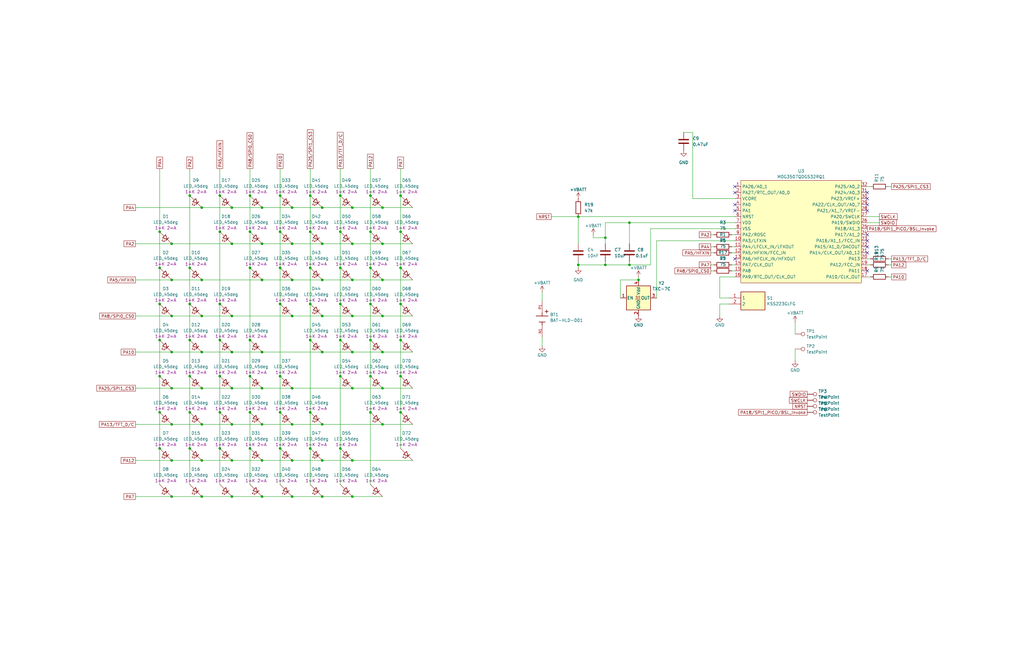
<source format=kicad_sch>
(kicad_sch (version 20250114) (generator "eeschema") (generator_version "9.0")
  (paper "USLedger")
  (junction (at 143.51 113.03))
  (junction (at 130.81 97.79))
  (junction (at 72.39 118.11))
  (junction (at 85.09 163.83))
  (junction (at 148.59 118.11))
  (junction (at 118.11 128.27))
  (junction (at 110.49 209.55))
  (junction (at 135.89 133.35))
  (junction (at 123.19 209.55))
  (junction (at 110.49 179.07))
  (junction (at 123.19 133.35))
  (junction (at 97.79 163.83))
  (junction (at 123.19 163.83))
  (junction (at 148.59 133.35))
  (junction (at 143.51 128.27))
  (junction (at 85.09 194.31))
  (junction (at 72.39 209.55))
  (junction (at 135.89 118.11))
  (junction (at 85.09 87.63))
  (junction (at 97.79 209.55))
  (junction (at 143.51 143.51))
  (junction (at 168.91 173.99))
  (junction (at 67.31 189.23))
  (junction (at 80.01 158.75))
  (junction (at 148.59 87.63))
  (junction (at 161.29 148.59))
  (junction (at 80.01 189.23))
  (junction (at 148.59 194.31))
  (junction (at 243.84 91.44))
  (junction (at 80.01 82.55))
  (junction (at 156.21 173.99))
  (junction (at 67.31 158.75))
  (junction (at 135.89 148.59))
  (junction (at 85.09 133.35))
  (junction (at 148.59 148.59))
  (junction (at 92.71 128.27))
  (junction (at 161.29 163.83))
  (junction (at 67.31 173.99))
  (junction (at 97.79 87.63))
  (junction (at 72.39 163.83))
  (junction (at 105.41 173.99))
  (junction (at 148.59 163.83))
  (junction (at 72.39 133.35))
  (junction (at 92.71 82.55))
  (junction (at 97.79 194.31))
  (junction (at 110.49 194.31))
  (junction (at 255.27 100.33))
  (junction (at 265.43 93.98))
  (junction (at 168.91 97.79))
  (junction (at 92.71 97.79))
  (junction (at 72.39 194.31))
  (junction (at 118.11 82.55))
  (junction (at 156.21 143.51))
  (junction (at 97.79 133.35))
  (junction (at 130.81 82.55))
  (junction (at 80.01 113.03))
  (junction (at 148.59 102.87))
  (junction (at 92.71 158.75))
  (junction (at 110.49 118.11))
  (junction (at 143.51 189.23))
  (junction (at 105.41 82.55))
  (junction (at 118.11 189.23))
  (junction (at 97.79 179.07))
  (junction (at 168.91 113.03))
  (junction (at 118.11 113.03))
  (junction (at 161.29 133.35))
  (junction (at 255.27 111.76))
  (junction (at 67.31 143.51))
  (junction (at 105.41 97.79))
  (junction (at 85.09 148.59))
  (junction (at 156.21 128.27))
  (junction (at 118.11 97.79))
  (junction (at 135.89 194.31))
  (junction (at 118.11 158.75))
  (junction (at 143.51 97.79))
  (junction (at 97.79 148.59))
  (junction (at 135.89 179.07))
  (junction (at 123.19 118.11))
  (junction (at 130.81 113.03))
  (junction (at 168.91 128.27))
  (junction (at 110.49 163.83))
  (junction (at 80.01 173.99))
  (junction (at 97.79 102.87))
  (junction (at 110.49 87.63))
  (junction (at 161.29 179.07))
  (junction (at 148.59 209.55))
  (junction (at 92.71 143.51))
  (junction (at 243.84 111.76))
  (junction (at 118.11 173.99))
  (junction (at 72.39 148.59))
  (junction (at 161.29 102.87))
  (junction (at 105.41 158.75))
  (junction (at 72.39 179.07))
  (junction (at 67.31 113.03))
  (junction (at 156.21 97.79))
  (junction (at 123.19 102.87))
  (junction (at 105.41 143.51))
  (junction (at 135.89 87.63))
  (junction (at 143.51 82.55))
  (junction (at 269.24 118.11))
  (junction (at 130.81 189.23))
  (junction (at 72.39 102.87))
  (junction (at 110.49 148.59))
  (junction (at 67.31 97.79))
  (junction (at 143.51 158.75))
  (junction (at 123.19 194.31))
  (junction (at 135.89 102.87))
  (junction (at 265.43 111.76))
  (junction (at 110.49 102.87))
  (junction (at 161.29 118.11))
  (junction (at 85.09 118.11))
  (junction (at 156.21 82.55))
  (junction (at 67.31 128.27))
  (junction (at 168.91 143.51))
  (junction (at 130.81 143.51))
  (junction (at 92.71 173.99))
  (junction (at 156.21 113.03))
  (junction (at 80.01 128.27))
  (junction (at 168.91 82.55))
  (junction (at 135.89 209.55))
  (junction (at 105.41 113.03))
  (junction (at 123.19 87.63))
  (junction (at 80.01 143.51))
  (junction (at 123.19 179.07))
  (junction (at 92.71 189.23))
  (junction (at 105.41 189.23))
  (junction (at 130.81 128.27))
  (junction (at 85.09 209.55))
  (junction (at 85.09 179.07))
  (junction (at 161.29 87.63))
  (junction (at 168.91 158.75))
  (junction (at 130.81 173.99))
  (junction (at 156.21 158.75))
  (no_connect (at 365.76 104.14))
  (no_connect (at 365.76 83.82))
  (no_connect (at 365.76 88.9))
  (no_connect (at 365.76 101.6))
  (no_connect (at 309.88 109.22))
  (no_connect (at 309.88 81.28))
  (no_connect (at 365.76 114.3))
  (no_connect (at 309.88 86.36))
  (no_connect (at 309.88 88.9))
  (no_connect (at 365.76 106.68))
  (no_connect (at 309.88 78.74))
  (no_connect (at 365.76 81.28))
  (no_connect (at 365.76 99.06))
  (no_connect (at 365.76 86.36))
  (wire (pts (xy 265.43 110.49) (xy 265.43 111.76)))
  (wire (pts (xy 228.6 146.05) (xy 228.6 142.24)))
  (wire (pts (xy 72.39 163.83) (xy 85.09 163.83)))
  (wire (pts (xy 365.76 78.74) (xy 367.03 78.74)))
  (wire (pts (xy 299.72 106.68) (xy 300.99 106.68)))
  (wire (pts (xy 118.11 71.12) (xy 118.11 82.55)))
  (wire (pts (xy 161.29 163.83) (xy 173.99 163.83)))
  (wire (pts (xy 72.39 118.11) (xy 85.09 118.11)))
  (wire (pts (xy 92.71 128.27) (xy 92.71 143.51)))
  (wire (pts (xy 265.43 93.98) (xy 309.88 93.98)))
  (wire (pts (xy 123.19 87.63) (xy 135.89 87.63)))
  (wire (pts (xy 57.15 133.35) (xy 72.39 133.35)))
  (wire (pts (xy 143.51 158.75) (xy 143.51 189.23)))
  (wire (pts (xy 365.76 111.76) (xy 367.03 111.76)))
  (wire (pts (xy 148.59 209.55) (xy 161.29 209.55)))
  (wire (pts (xy 255.27 93.98) (xy 265.43 93.98)))
  (wire (pts (xy 110.49 194.31) (xy 123.19 194.31)))
  (wire (pts (xy 303.53 116.84) (xy 303.53 125.73)))
  (wire (pts (xy 308.61 104.14) (xy 309.88 104.14)))
  (wire (pts (xy 110.49 87.63) (xy 123.19 87.63)))
  (wire (pts (xy 130.81 143.51) (xy 130.81 173.99)))
  (wire (pts (xy 57.15 209.55) (xy 72.39 209.55)))
  (wire (pts (xy 168.91 158.75) (xy 168.91 173.99)))
  (wire (pts (xy 72.39 133.35) (xy 85.09 133.35)))
  (wire (pts (xy 135.89 118.11) (xy 148.59 118.11)))
  (wire (pts (xy 57.15 163.83) (xy 72.39 163.83)))
  (wire (pts (xy 148.59 118.11) (xy 161.29 118.11)))
  (wire (pts (xy 261.62 125.73) (xy 261.62 118.11)))
  (wire (pts (xy 161.29 179.07) (xy 173.99 179.07)))
  (wire (pts (xy 123.19 209.55) (xy 135.89 209.55)))
  (wire (pts (xy 67.31 158.75) (xy 67.31 173.99)))
  (wire (pts (xy 161.29 102.87) (xy 173.99 102.87)))
  (wire (pts (xy 299.72 104.14) (xy 300.99 104.14)))
  (wire (pts (xy 85.09 133.35) (xy 97.79 133.35)))
  (wire (pts (xy 67.31 173.99) (xy 67.31 189.23)))
  (wire (pts (xy 308.61 99.06) (xy 309.88 99.06)))
  (wire (pts (xy 118.11 128.27) (xy 118.11 158.75)))
  (wire (pts (xy 156.21 97.79) (xy 156.21 113.03)))
  (wire (pts (xy 110.49 209.55) (xy 123.19 209.55)))
  (wire (pts (xy 123.19 133.35) (xy 135.89 133.35)))
  (wire (pts (xy 299.72 99.06) (xy 300.99 99.06)))
  (wire (pts (xy 85.09 163.83) (xy 97.79 163.83)))
  (wire (pts (xy 156.21 158.75) (xy 156.21 173.99)))
  (wire (pts (xy 118.11 158.75) (xy 118.11 173.99)))
  (wire (pts (xy 80.01 173.99) (xy 80.01 189.23)))
  (wire (pts (xy 67.31 97.79) (xy 67.31 113.03)))
  (wire (pts (xy 92.71 82.55) (xy 92.71 97.79)))
  (wire (pts (xy 85.09 209.55) (xy 97.79 209.55)))
  (wire (pts (xy 105.41 158.75) (xy 105.41 173.99)))
  (wire (pts (xy 156.21 82.55) (xy 156.21 97.79)))
  (wire (pts (xy 135.89 194.31) (xy 148.59 194.31)))
  (wire (pts (xy 80.01 158.75) (xy 80.01 173.99)))
  (wire (pts (xy 72.39 194.31) (xy 85.09 194.31)))
  (wire (pts (xy 105.41 71.12) (xy 105.41 82.55)))
  (wire (pts (xy 67.31 128.27) (xy 67.31 143.51)))
  (wire (pts (xy 308.61 106.68) (xy 309.88 106.68)))
  (wire (pts (xy 97.79 148.59) (xy 110.49 148.59)))
  (wire (pts (xy 365.76 116.84) (xy 367.03 116.84)))
  (wire (pts (xy 92.71 97.79) (xy 92.71 128.27)))
  (wire (pts (xy 118.11 173.99) (xy 118.11 189.23)))
  (wire (pts (xy 274.32 111.76) (xy 265.43 111.76)))
  (wire (pts (xy 148.59 102.87) (xy 161.29 102.87)))
  (wire (pts (xy 130.81 71.12) (xy 130.81 82.55)))
  (wire (pts (xy 135.89 209.55) (xy 148.59 209.55)))
  (wire (pts (xy 85.09 87.63) (xy 97.79 87.63)))
  (wire (pts (xy 97.79 194.31) (xy 110.49 194.31)))
  (wire (pts (xy 92.71 158.75) (xy 92.71 173.99)))
  (wire (pts (xy 110.49 179.07) (xy 123.19 179.07)))
  (wire (pts (xy 92.71 173.99) (xy 92.71 189.23)))
  (wire (pts (xy 243.84 110.49) (xy 243.84 111.76)))
  (wire (pts (xy 110.49 118.11) (xy 123.19 118.11)))
  (wire (pts (xy 288.29 55.88) (xy 292.1 55.88)))
  (wire (pts (xy 156.21 128.27) (xy 156.21 143.51)))
  (wire (pts (xy 123.19 118.11) (xy 135.89 118.11)))
  (wire (pts (xy 143.51 189.23) (xy 143.51 204.47)))
  (wire (pts (xy 168.91 113.03) (xy 168.91 128.27)))
  (wire (pts (xy 335.28 152.4) (xy 335.28 147.32)))
  (wire (pts (xy 156.21 113.03) (xy 156.21 128.27)))
  (wire (pts (xy 105.41 173.99) (xy 105.41 189.23)))
  (wire (pts (xy 374.65 78.74) (xy 375.92 78.74)))
  (wire (pts (xy 168.91 173.99) (xy 168.91 189.23)))
  (wire (pts (xy 303.53 125.73) (xy 307.34 125.73)))
  (wire (pts (xy 255.27 110.49) (xy 255.27 111.76)))
  (wire (pts (xy 80.01 82.55) (xy 80.01 113.03)))
  (wire (pts (xy 292.1 55.88) (xy 292.1 83.82)))
  (wire (pts (xy 243.84 91.44) (xy 309.88 91.44)))
  (wire (pts (xy 67.31 113.03) (xy 67.31 128.27)))
  (wire (pts (xy 57.15 87.63) (xy 85.09 87.63)))
  (wire (pts (xy 57.15 179.07) (xy 72.39 179.07)))
  (wire (pts (xy 135.89 102.87) (xy 148.59 102.87)))
  (wire (pts (xy 72.39 148.59) (xy 85.09 148.59)))
  (wire (pts (xy 265.43 93.98) (xy 265.43 102.87)))
  (wire (pts (xy 80.01 189.23) (xy 80.01 204.47)))
  (wire (pts (xy 92.71 143.51) (xy 92.71 158.75)))
  (wire (pts (xy 110.49 148.59) (xy 135.89 148.59)))
  (wire (pts (xy 161.29 118.11) (xy 173.99 118.11)))
  (wire (pts (xy 85.09 148.59) (xy 97.79 148.59)))
  (wire (pts (xy 168.91 82.55) (xy 168.91 97.79)))
  (wire (pts (xy 123.19 194.31) (xy 135.89 194.31)))
  (wire (pts (xy 130.81 82.55) (xy 130.81 97.79)))
  (wire (pts (xy 168.91 143.51) (xy 168.91 158.75)))
  (wire (pts (xy 269.24 116.84) (xy 269.24 118.11)))
  (wire (pts (xy 123.19 102.87) (xy 135.89 102.87)))
  (wire (pts (xy 67.31 143.51) (xy 67.31 158.75)))
  (wire (pts (xy 143.51 71.12) (xy 143.51 82.55)))
  (wire (pts (xy 130.81 128.27) (xy 130.81 143.51)))
  (wire (pts (xy 307.34 128.27) (xy 303.53 128.27)))
  (wire (pts (xy 67.31 189.23) (xy 67.31 204.47)))
  (wire (pts (xy 97.79 179.07) (xy 110.49 179.07)))
  (wire (pts (xy 130.81 189.23) (xy 130.81 204.47)))
  (wire (pts (xy 105.41 189.23) (xy 105.41 204.47)))
  (wire (pts (xy 72.39 209.55) (xy 85.09 209.55)))
  (wire (pts (xy 274.32 96.52) (xy 274.32 111.76)))
  (wire (pts (xy 57.15 148.59) (xy 72.39 148.59)))
  (wire (pts (xy 97.79 209.55) (xy 110.49 209.55)))
  (wire (pts (xy 274.32 96.52) (xy 309.88 96.52)))
  (wire (pts (xy 105.41 82.55) (xy 105.41 97.79)))
  (wire (pts (xy 135.89 179.07) (xy 161.29 179.07)))
  (wire (pts (xy 57.15 102.87) (xy 72.39 102.87)))
  (wire (pts (xy 161.29 133.35) (xy 173.99 133.35)))
  (wire (pts (xy 148.59 87.63) (xy 161.29 87.63)))
  (wire (pts (xy 105.41 143.51) (xy 105.41 158.75)))
  (wire (pts (xy 168.91 71.12) (xy 168.91 82.55)))
  (wire (pts (xy 92.71 189.23) (xy 92.71 204.47)))
  (wire (pts (xy 161.29 148.59) (xy 173.99 148.59)))
  (wire (pts (xy 232.41 91.44) (xy 243.84 91.44)))
  (wire (pts (xy 255.27 93.98) (xy 255.27 100.33)))
  (wire (pts (xy 308.61 114.3) (xy 309.88 114.3)))
  (wire (pts (xy 255.27 100.33) (xy 255.27 102.87)))
  (wire (pts (xy 92.71 71.12) (xy 92.71 82.55)))
  (wire (pts (xy 148.59 163.83) (xy 161.29 163.83)))
  (wire (pts (xy 303.53 128.27) (xy 303.53 133.35)))
  (wire (pts (xy 130.81 113.03) (xy 130.81 128.27)))
  (wire (pts (xy 110.49 163.83) (xy 123.19 163.83)))
  (wire (pts (xy 85.09 194.31) (xy 97.79 194.31)))
  (wire (pts (xy 375.92 116.84) (xy 374.65 116.84)))
  (wire (pts (xy 118.11 82.55) (xy 118.11 97.79)))
  (wire (pts (xy 143.51 143.51) (xy 143.51 158.75)))
  (wire (pts (xy 148.59 194.31) (xy 173.99 194.31)))
  (wire (pts (xy 168.91 128.27) (xy 168.91 143.51)))
  (wire (pts (xy 118.11 113.03) (xy 118.11 128.27)))
  (wire (pts (xy 97.79 133.35) (xy 123.19 133.35)))
  (wire (pts (xy 370.84 91.44) (xy 365.76 91.44)))
  (wire (pts (xy 335.28 135.89) (xy 335.28 140.97)))
  (wire (pts (xy 130.81 173.99) (xy 130.81 189.23)))
  (wire (pts (xy 123.19 163.83) (xy 148.59 163.83)))
  (wire (pts (xy 80.01 143.51) (xy 80.01 158.75)))
  (wire (pts (xy 308.61 111.76) (xy 309.88 111.76)))
  (wire (pts (xy 80.01 128.27) (xy 80.01 143.51)))
  (wire (pts (xy 168.91 97.79) (xy 168.91 113.03)))
  (wire (pts (xy 123.19 179.07) (xy 135.89 179.07)))
  (wire (pts (xy 110.49 102.87) (xy 123.19 102.87)))
  (wire (pts (xy 309.88 101.6) (xy 276.86 101.6)))
  (wire (pts (xy 130.81 97.79) (xy 130.81 113.03)))
  (wire (pts (xy 148.59 148.59) (xy 161.29 148.59)))
  (wire (pts (xy 292.1 83.82) (xy 309.88 83.82)))
  (wire (pts (xy 72.39 179.07) (xy 85.09 179.07)))
  (wire (pts (xy 374.65 109.22) (xy 375.92 109.22)))
  (wire (pts (xy 97.79 87.63) (xy 110.49 87.63)))
  (wire (pts (xy 161.29 87.63) (xy 173.99 87.63)))
  (wire (pts (xy 72.39 102.87) (xy 97.79 102.87)))
  (wire (pts (xy 255.27 100.33) (xy 250.19 100.33)))
  (wire (pts (xy 105.41 97.79) (xy 105.41 113.03)))
  (wire (pts (xy 143.51 128.27) (xy 143.51 143.51)))
  (wire (pts (xy 309.88 116.84) (xy 303.53 116.84)))
  (wire (pts (xy 276.86 101.6) (xy 276.86 125.73)))
  (wire (pts (xy 80.01 71.12) (xy 80.01 82.55)))
  (wire (pts (xy 105.41 113.03) (xy 105.41 143.51)))
  (wire (pts (xy 148.59 133.35) (xy 161.29 133.35)))
  (wire (pts (xy 243.84 111.76) (xy 243.84 113.03)))
  (wire (pts (xy 156.21 71.12) (xy 156.21 82.55)))
  (wire (pts (xy 156.21 143.51) (xy 156.21 158.75)))
  (wire (pts (xy 67.31 71.12) (xy 67.31 97.79)))
  (wire (pts (xy 299.72 111.76) (xy 300.99 111.76)))
  (wire (pts (xy 97.79 163.83) (xy 110.49 163.83)))
  (wire (pts (xy 143.51 113.03) (xy 143.51 128.27)))
  (wire (pts (xy 143.51 97.79) (xy 143.51 113.03)))
  (wire (pts (xy 370.84 93.98) (xy 365.76 93.98)))
  (wire (pts (xy 97.79 102.87) (xy 110.49 102.87)))
  (wire (pts (xy 57.15 194.31) (xy 72.39 194.31)))
  (wire (pts (xy 118.11 189.23) (xy 118.11 204.47)))
  (wire (pts (xy 250.19 99.06) (xy 250.19 100.33)))
  (wire (pts (xy 374.65 111.76) (xy 375.92 111.76)))
  (wire (pts (xy 135.89 148.59) (xy 148.59 148.59)))
  (wire (pts (xy 80.01 113.03) (xy 80.01 128.27)))
  (wire (pts (xy 265.43 111.76) (xy 255.27 111.76)))
  (wire (pts (xy 228.6 123.19) (xy 228.6 127)))
  (wire (pts (xy 135.89 87.63) (xy 148.59 87.63)))
  (wire (pts (xy 85.09 118.11) (xy 110.49 118.11)))
  (wire (pts (xy 261.62 118.11) (xy 269.24 118.11)))
  (wire (pts (xy 143.51 82.55) (xy 143.51 97.79)))
  (wire (pts (xy 85.09 179.07) (xy 97.79 179.07)))
  (wire (pts (xy 118.11 97.79) (xy 118.11 113.03)))
  (wire (pts (xy 299.72 114.3) (xy 300.99 114.3)))
  (wire (pts (xy 243.84 91.44) (xy 243.84 102.87)))
  (wire (pts (xy 365.76 109.22) (xy 367.03 109.22)))
  (wire (pts (xy 156.21 173.99) (xy 156.21 204.47)))
  (wire (pts (xy 243.84 111.76) (xy 255.27 111.76)))
  (wire (pts (xy 135.89 133.35) (xy 148.59 133.35)))
  (wire (pts (xy 57.15 118.11) (xy 72.39 118.11)))
  (global_label "PA8{slash}SPI0_CS0" (shape passive) (at 57.15 133.35 180) (property "Intersheetrefs" "${INTERSHEET_REFS}" (effects (hide yes))))
  (global_label "PA5{slash}HFXIN" (shape passive) (at 57.15 118.11 180) (property "Intersheetrefs" "${INTERSHEET_REFS}" (effects (hide yes))))
  (global_label "PA4" (shape passive) (at 57.15 87.63 180) (property "Intersheetrefs" "${INTERSHEET_REFS}" (effects (hide yes))))
  (global_label "PA13{slash}TFT_D{slash}C" (shape passive) (at 143.51 71.12 90) (property "Intersheetrefs" "${INTERSHEET_REFS}" (effects (hide yes))))
  (global_label "PA12" (shape passive) (at 57.15 194.31 180) (property "Intersheetrefs" "${INTERSHEET_REFS}" (effects (hide yes))))
  (global_label "PA18{slash}SPI1_PICO{slash}BSL_Invoke" (shape passive) (at 340.36 173.99 180) (property "Intersheetrefs" "${INTERSHEET_REFS}" (effects (hide yes))))
  (global_label "PA4" (shape passive) (at 299.72 104.14 180) (property "Intersheetrefs" "${INTERSHEET_REFS}" (effects (hide yes))))
  (global_label "SWCLK" (shape passive) (at 340.36 168.91 180) (property "Intersheetrefs" "${INTERSHEET_REFS}" (effects (hide yes))))
  (global_label "PA18{slash}SPI1_PICO{slash}BSL_Invoke" (shape passive) (at 365.76 96.52 0) (property "Intersheetrefs" "${INTERSHEET_REFS}" (effects (hide yes))))
  (global_label "SWDIO" (shape passive) (at 370.84 93.98 0) (property "Intersheetrefs" "${INTERSHEET_REFS}" (effects (hide yes))))
  (global_label "PA10" (shape passive) (at 57.15 148.59 180) (property "Intersheetrefs" "${INTERSHEET_REFS}" (effects (hide yes))))
  (global_label "PA8{slash}SPI0_CS0" (shape passive) (at 299.72 114.3 180) (property "Intersheetrefs" "${INTERSHEET_REFS}" (effects (hide yes))))
  (global_label "PA25{slash}SPI1_CS3" (shape passive) (at 130.81 71.12 90) (property "Intersheetrefs" "${INTERSHEET_REFS}" (effects (hide yes))))
  (global_label "PA8{slash}SPI0_CS0" (shape passive) (at 105.41 71.12 90) (property "Intersheetrefs" "${INTERSHEET_REFS}" (effects (hide yes))))
  (global_label "PA13{slash}TFT_D{slash}C" (shape passive) (at 375.92 109.22 0) (property "Intersheetrefs" "${INTERSHEET_REFS}" (effects (hide yes))))
  (global_label "SWDIO" (shape passive) (at 340.36 166.37 180) (property "Intersheetrefs" "${INTERSHEET_REFS}" (effects (hide yes))))
  (global_label "NRST" (shape passive) (at 340.36 171.45 180) (property "Intersheetrefs" "${INTERSHEET_REFS}" (effects (hide yes))))
  (global_label "PA2" (shape passive) (at 57.15 102.87 180) (property "Intersheetrefs" "${INTERSHEET_REFS}" (effects (hide yes))))
  (global_label "PA7" (shape passive) (at 299.72 111.76 180) (property "Intersheetrefs" "${INTERSHEET_REFS}" (effects (hide yes))))
  (global_label "PA2" (shape passive) (at 299.72 99.06 180) (property "Intersheetrefs" "${INTERSHEET_REFS}" (effects (hide yes))))
  (global_label "NRST" (shape passive) (at 232.41 91.44 180) (property "Intersheetrefs" "${INTERSHEET_REFS}" (effects (hide yes))))
  (global_label "PA5{slash}HFXIN" (shape passive) (at 299.72 106.68 180) (property "Intersheetrefs" "${INTERSHEET_REFS}" (effects (hide yes))))
  (global_label "PA10" (shape passive) (at 118.11 71.12 90) (property "Intersheetrefs" "${INTERSHEET_REFS}" (effects (hide yes))))
  (global_label "PA25{slash}SPI1_CS3" (shape passive) (at 57.15 163.83 180) (property "Intersheetrefs" "${INTERSHEET_REFS}" (effects (hide yes))))
  (global_label "PA2" (shape passive) (at 80.01 71.12 90) (property "Intersheetrefs" "${INTERSHEET_REFS}" (effects (hide yes))))
  (global_label "PA13{slash}TFT_D{slash}C" (shape passive) (at 57.15 179.07 180) (property "Intersheetrefs" "${INTERSHEET_REFS}" (effects (hide yes))))
  (global_label "PA25{slash}SPI1_CS3" (shape passive) (at 375.92 78.74 0) (property "Intersheetrefs" "${INTERSHEET_REFS}" (effects (hide yes))))
  (global_label "PA10" (shape passive) (at 375.92 116.84 0) (property "Intersheetrefs" "${INTERSHEET_REFS}" (effects (hide yes))))
  (global_label "PA7" (shape passive) (at 168.91 71.12 90) (property "Intersheetrefs" "${INTERSHEET_REFS}" (effects (hide yes))))
  (global_label "SWCLK" (shape passive) (at 370.84 91.44 0) (property "Intersheetrefs" "${INTERSHEET_REFS}" (effects (hide yes))))
  (global_label "PA12" (shape passive) (at 156.21 71.12 90) (property "Intersheetrefs" "${INTERSHEET_REFS}" (effects (hide yes))))
  (global_label "PA7" (shape passive) (at 57.15 209.55 180) (property "Intersheetrefs" "${INTERSHEET_REFS}" (effects (hide yes))))
  (global_label "PA12" (shape passive) (at 375.92 111.76 0) (property "Intersheetrefs" "${INTERSHEET_REFS}" (effects (hide yes))))
  (global_label "PA4" (shape passive) (at 67.31 71.12 90) (property "Intersheetrefs" "${INTERSHEET_REFS}" (effects (hide yes))))
  (global_label "PA5{slash}HFXIN" (shape passive) (at 92.71 71.12 90) (property "Intersheetrefs" "${INTERSHEET_REFS}" (effects (hide yes))))
  (symbol (lib_id "Device:LED_45deg") (at 69.85 100.33 0) (unit 1)
    (property "Reference" "D1" (at 69.85 91.3483 0))
    (property "Value" "LED_45deg" (at 69.85 93.7726 0))
    (property "Footprint" "LED_SMD:LED_0402_1005Metric_Pad0.77x0.64mm_HandSolder" (effects (hide yes)))
    (property "Description" "Light emitting diode, rotated by 45°" (effects (hide yes)))
    (property "Sim.Pins" "1=K 2=A" (at 69.85 96.1969 0))
  )
  (symbol (lib_id "Device:LED_45deg") (at 158.75 85.09 0) (unit 1)
    (property "Reference" "D57" (at 158.75 76.1083 0))
    (property "Value" "LED_45deg" (at 158.75 78.5326 0))
    (property "Footprint" "LED_SMD:LED_0402_1005Metric_Pad0.77x0.64mm_HandSolder" (effects (hide yes)))
    (property "Description" "Light emitting diode, rotated by 45°" (effects (hide yes)))
    (property "Sim.Pins" "1=K 2=A" (at 158.75 80.9569 0))
  )
  (symbol (lib_id "Device:LED_45deg") (at 95.25 85.09 0) (unit 1)
    (property "Reference" "D17" (at 95.25 76.1083 0))
    (property "Value" "LED_45deg" (at 95.25 78.5326 0))
    (property "Footprint" "LED_SMD:LED_0402_1005Metric_Pad0.77x0.64mm_HandSolder" (effects (hide yes)))
    (property "Description" "Light emitting diode, rotated by 45°" (effects (hide yes)))
    (property "Sim.Pins" "1=K 2=A" (at 95.25 80.9569 0))
  )
  (symbol (lib_id "Device:LED_45deg") (at 82.55 130.81 0) (unit 1)
    (property "Reference" "D11" (at 82.55 121.8283 0))
    (property "Value" "LED_45deg" (at 82.55 124.2526 0))
    (property "Footprint" "LED_SMD:LED_0402_1005Metric_Pad0.77x0.64mm_HandSolder" (effects (hide yes)))
    (property "Description" "Light emitting diode, rotated by 45°" (effects (hide yes)))
    (property "Sim.Pins" "1=K 2=A" (at 82.55 126.6769 0))
  )
  (symbol (lib_id "Device:LED_45deg") (at 158.75 161.29 0) (unit 1)
    (property "Reference" "D62" (at 158.75 152.3083 0))
    (property "Value" "LED_45deg" (at 158.75 154.7326 0))
    (property "Footprint" "LED_SMD:LED_0402_1005Metric_Pad0.77x0.64mm_HandSolder" (effects (hide yes)))
    (property "Description" "Light emitting diode, rotated by 45°" (effects (hide yes)))
    (property "Sim.Pins" "1=K 2=A" (at 158.75 157.1569 0))
  )
  (symbol (lib_id "Device:LED_45deg") (at 133.35 207.01 0) (unit 1)
    (property "Reference" "D48" (at 133.35 198.0283 0))
    (property "Value" "LED_45deg" (at 133.35 200.4526 0))
    (property "Footprint" "LED_SMD:LED_0402_1005Metric_Pad0.77x0.64mm_HandSolder" (effects (hide yes)))
    (property "Description" "Light emitting diode, rotated by 45°" (effects (hide yes)))
    (property "Sim.Pins" "1=K 2=A" (at 133.35 202.8769 0))
  )
  (symbol (lib_id "power:GND") (at 335.28 152.4 0) (unit 1)
    (property "Reference" "#PWR03" (effects (hide yes)))
    (property "Value" "GND" (at 335.28 156.21 0))
    (property "Description" "Power symbol creates a global label with name \"GND\" , ground" (effects (hide yes)))
  )
  (symbol (lib_id "power:GND") (at 303.53 133.35 0) (unit 1)
    (property "Reference" "#PWR05" (effects (hide yes)))
    (property "Value" "GND" (at 303.53 137.16 0))
    (property "Description" "Power symbol creates a global label with name \"GND\" , ground" (effects (hide yes)))
  )
  (symbol (lib_id "Device:LED_45deg") (at 107.95 191.77 0) (unit 1)
    (property "Reference" "D31" (at 107.95 182.7883 0))
    (property "Value" "LED_45deg" (at 107.95 185.2126 0))
    (property "Footprint" "LED_SMD:LED_0402_1005Metric_Pad0.77x0.64mm_HandSolder" (effects (hide yes)))
    (property "Description" "Light emitting diode, rotated by 45°" (effects (hide yes)))
    (property "Sim.Pins" "1=K 2=A" (at 107.95 187.6369 0))
  )
  (symbol (lib_id "Device:LED_45deg") (at 158.75 176.53 0) (unit 1)
    (property "Reference" "D63" (at 158.75 167.5483 0))
    (property "Value" "LED_45deg" (at 158.75 169.9726 0))
    (property "Footprint" "LED_SMD:LED_0402_1005Metric_Pad0.77x0.64mm_HandSolder" (effects (hide yes)))
    (property "Description" "Light emitting diode, rotated by 45°" (effects (hide yes)))
    (property "Sim.Pins" "1=K 2=A" (at 158.75 172.3969 0))
  )
  (symbol (lib_id "Device:LED_45deg") (at 82.55 191.77 0) (unit 1)
    (property "Reference" "D15" (at 82.55 182.7883 0))
    (property "Value" "LED_45deg" (at 82.55 185.2126 0))
    (property "Footprint" "LED_SMD:LED_0402_1005Metric_Pad0.77x0.64mm_HandSolder" (effects (hide yes)))
    (property "Description" "Light emitting diode, rotated by 45°" (effects (hide yes)))
    (property "Sim.Pins" "1=K 2=A" (at 82.55 187.6369 0))
  )
  (symbol (lib_id "Device:LED_45deg") (at 107.95 161.29 0) (unit 1)
    (property "Reference" "D29" (at 107.95 152.3083 0))
    (property "Value" "LED_45deg" (at 107.95 154.7326 0))
    (property "Footprint" "LED_SMD:LED_0402_1005Metric_Pad0.77x0.64mm_HandSolder" (effects (hide yes)))
    (property "Description" "Light emitting diode, rotated by 45°" (effects (hide yes)))
    (property "Sim.Pins" "1=K 2=A" (at 107.95 157.1569 0))
  )
  (symbol (lib_id "Device:LED_45deg") (at 171.45 161.29 0) (unit 1)
    (property "Reference" "D70" (at 171.45 152.3083 0))
    (property "Value" "LED_45deg" (at 171.45 154.7326 0))
    (property "Footprint" "LED_SMD:LED_0402_1005Metric_Pad0.77x0.64mm_HandSolder" (effects (hide yes)))
    (property "Description" "Light emitting diode, rotated by 45°" (effects (hide yes)))
    (property "Sim.Pins" "1=K 2=A" (at 171.45 157.1569 0))
  )
  (symbol (lib_id "Device:LED_45deg") (at 120.65 115.57 0) (unit 1)
    (property "Reference" "D35" (at 120.65 106.5883 0))
    (property "Value" "LED_45deg" (at 120.65 109.0126 0))
    (property "Footprint" "LED_SMD:LED_0402_1005Metric_Pad0.77x0.64mm_HandSolder" (effects (hide yes)))
    (property "Description" "Light emitting diode, rotated by 45°" (effects (hide yes)))
    (property "Sim.Pins" "1=K 2=A" (at 120.65 111.4369 0))
  )
  (symbol (lib_id "Connector:TestPoint") (at 340.36 173.99 270) (unit 1)
    (property "Reference" "TP6" (at 345.059 172.7778 90) (effects (justify left)))
    (property "Value" "TestPoint" (at 345.059 175.2021 90) (effects (justify left)))
    (property "Footprint" "TestPoint:TestPoint_Pad_D1.0mm" (effects (hide yes)))
    (property "Description" "test point" (effects (hide yes)))
  )
  (symbol (lib_id "power:+3V3") (at 269.24 116.84 0) (unit 1)
    (property "Reference" "#PWR02" (effects (hide yes)))
    (property "Value" "+VBATT" (at 269.24 113.03 0))
  )
  (symbol (lib_id "Device:C") (at 265.43 106.68 0) (unit 1)
    (property "Reference" "C8" (at 268.732 105.41 0) (effects (justify left)))
    (property "Value" "0.1uF" (at 267.97 107.95 0) (effects (justify left)))
    (property "Footprint" "Capacitor_SMD:C_0805_2012Metric_Pad1.18x1.45mm_HandSolder" (effects (hide yes)))
    (property "Description" "Unpolarized capacitor" (effects (hide yes)))
  )
  (symbol (lib_id "Device:LED_45deg") (at 133.35 130.81 0) (unit 1)
    (property "Reference" "D44" (at 133.35 121.8283 0))
    (property "Value" "LED_45deg" (at 133.35 124.2526 0))
    (property "Footprint" "LED_SMD:LED_0402_1005Metric_Pad0.77x0.64mm_HandSolder" (effects (hide yes)))
    (property "Description" "Light emitting diode, rotated by 45°" (effects (hide yes)))
    (property "Sim.Pins" "1=K 2=A" (at 133.35 126.6769 0))
  )
  (symbol (lib_id "Device:LED_45deg") (at 69.85 207.01 0) (unit 1)
    (property "Reference" "D8" (at 69.85 198.0283 0))
    (property "Value" "LED_45deg" (at 69.85 200.4526 0))
    (property "Footprint" "LED_SMD:LED_0402_1005Metric_Pad0.77x0.64mm_HandSolder" (effects (hide yes)))
    (property "Description" "Light emitting diode, rotated by 45°" (effects (hide yes)))
    (property "Sim.Pins" "1=K 2=A" (at 69.85 202.8769 0))
  )
  (symbol (lib_id "Device:C") (at 243.84 106.68 0) (unit 1)
    (property "Reference" "C4" (at 247.65 105.4099 0) (effects (justify left)))
    (property "Value" "10nF" (at 247.65 107.9499 0) (effects (justify left)))
    (property "Footprint" "Capacitor_SMD:C_0805_2012Metric_Pad1.18x1.45mm_HandSolder" (effects (hide yes)))
    (property "Description" "Unpolarized capacitor" (effects (hide yes)))
  )
  (symbol (lib_id "Device:LED_45deg") (at 171.45 100.33 0) (unit 1)
    (property "Reference" "D66" (at 171.45 91.3483 0))
    (property "Value" "LED_45deg" (at 171.45 93.7726 0))
    (property "Footprint" "LED_SMD:LED_0402_1005Metric_Pad0.77x0.64mm_HandSolder" (effects (hide yes)))
    (property "Description" "Light emitting diode, rotated by 45°" (effects (hide yes)))
    (property "Sim.Pins" "1=K 2=A" (at 171.45 96.1969 0))
  )
  (symbol (lib_id "Device:LED_45deg") (at 120.65 191.77 0) (unit 1)
    (property "Reference" "D39" (at 120.65 182.7883 0))
    (property "Value" "LED_45deg" (at 120.65 185.2126 0))
    (property "Footprint" "LED_SMD:LED_0402_1005Metric_Pad0.77x0.64mm_HandSolder" (effects (hide yes)))
    (property "Description" "Light emitting diode, rotated by 45°" (effects (hide yes)))
    (property "Sim.Pins" "1=K 2=A" (at 120.65 187.6369 0))
  )
  (symbol (lib_id "Device:LED_45deg") (at 120.65 161.29 0) (unit 1)
    (property "Reference" "D37" (at 120.65 152.3083 0))
    (property "Value" "LED_45deg" (at 120.65 154.7326 0))
    (property "Footprint" "LED_SMD:LED_0402_1005Metric_Pad0.77x0.64mm_HandSolder" (effects (hide yes)))
    (property "Description" "Light emitting diode, rotated by 45°" (effects (hide yes)))
    (property "Sim.Pins" "1=K 2=A" (at 120.65 157.1569 0))
  )
  (symbol (lib_id "Device:LED_45deg") (at 69.85 161.29 0) (unit 1)
    (property "Reference" "D5" (at 69.85 152.3083 0))
    (property "Value" "LED_45deg" (at 69.85 154.7326 0))
    (property "Footprint" "LED_SMD:LED_0402_1005Metric_Pad0.77x0.64mm_HandSolder" (effects (hide yes)))
    (property "Description" "Light emitting diode, rotated by 45°" (effects (hide yes)))
    (property "Sim.Pins" "1=K 2=A" (at 69.85 157.1569 0))
  )
  (symbol (lib_id "Device:R") (at 370.84 78.74 90) (unit 1)
    (property "Reference" "R11" (at 369.6278 76.962 0) (effects (justify left)))
    (property "Value" "75" (at 372.0521 76.962 0) (effects (justify left)))
    (property "Footprint" "Resistor_SMD:R_0805_2012Metric_Pad1.20x1.40mm_HandSolder" (effects (hide yes)))
    (property "Description" "Resistor" (effects (hide yes)))
  )
  (symbol (lib_id "Device:LED_45deg") (at 171.45 191.77 0) (unit 1)
    (property "Reference" "D72" (at 171.45 182.7883 0))
    (property "Value" "LED_45deg" (at 171.45 185.2126 0))
    (property "Footprint" "LED_SMD:LED_0402_1005Metric_Pad0.77x0.64mm_HandSolder" (effects (hide yes)))
    (property "Description" "Light emitting diode, rotated by 45°" (effects (hide yes)))
    (property "Sim.Pins" "1=K 2=A" (at 171.45 187.6369 0))
  )
  (symbol (lib_id "Device:LED_45deg") (at 171.45 85.09 0) (unit 1)
    (property "Reference" "D65" (at 171.45 76.1083 0))
    (property "Value" "LED_45deg" (at 171.45 78.5326 0))
    (property "Footprint" "LED_SMD:LED_0402_1005Metric_Pad0.77x0.64mm_HandSolder" (effects (hide yes)))
    (property "Description" "Light emitting diode, rotated by 45°" (effects (hide yes)))
    (property "Sim.Pins" "1=K 2=A" (at 171.45 80.9569 0))
  )
  (symbol (lib_id "power:GND") (at 243.84 113.03 0) (unit 1)
    (property "Reference" "#PWR016" (effects (hide yes)))
    (property "Value" "GND" (at 243.84 118.11 0))
    (property "Description" "Power symbol creates a global label with name \"GND\" , ground" (effects (hide yes)))
  )
  (symbol (lib_id "Device:LED_45deg") (at 120.65 207.01 0) (unit 1)
    (property "Reference" "D40" (at 120.65 198.0283 0))
    (property "Value" "LED_45deg" (at 120.65 200.4526 0))
    (property "Footprint" "LED_SMD:LED_0402_1005Metric_Pad0.77x0.64mm_HandSolder" (effects (hide yes)))
    (property "Description" "Light emitting diode, rotated by 45°" (effects (hide yes)))
    (property "Sim.Pins" "1=K 2=A" (at 120.65 202.8769 0))
  )
  (symbol (lib_id "Device:C") (at 288.29 59.69 0) (unit 1)
    (property "Reference" "C9" (at 292.1 58.4199 0) (effects (justify left)))
    (property "Value" "0.47uF" (at 292.1 60.9599 0) (effects (justify left)))
    (property "Footprint" "Capacitor_SMD:C_0805_2012Metric_Pad1.18x1.45mm_HandSolder" (effects (hide yes)))
    (property "Description" "Unpolarized capacitor" (effects (hide yes)))
  )
  (symbol (lib_id "Device:LED_45deg") (at 107.95 85.09 0) (unit 1)
    (property "Reference" "D25" (at 107.95 76.1083 0))
    (property "Value" "LED_45deg" (at 107.95 78.5326 0))
    (property "Footprint" "LED_SMD:LED_0402_1005Metric_Pad0.77x0.64mm_HandSolder" (effects (hide yes)))
    (property "Description" "Light emitting diode, rotated by 45°" (effects (hide yes)))
    (property "Sim.Pins" "1=K 2=A" (at 107.95 80.9569 0))
  )
  (symbol (lib_id "Device:LED_45deg") (at 133.35 85.09 0) (unit 1)
    (property "Reference" "D41" (at 133.35 76.1083 0))
    (property "Value" "LED_45deg" (at 133.35 78.5326 0))
    (property "Footprint" "LED_SMD:LED_0402_1005Metric_Pad0.77x0.64mm_HandSolder" (effects (hide yes)))
    (property "Description" "Light emitting diode, rotated by 45°" (effects (hide yes)))
    (property "Sim.Pins" "1=K 2=A" (at 133.35 80.9569 0))
  )
  (symbol (lib_id "Device:LED_45deg") (at 146.05 85.09 0) (unit 1)
    (property "Reference" "D49" (at 146.05 76.1083 0))
    (property "Value" "LED_45deg" (at 146.05 78.5326 0))
    (property "Footprint" "LED_SMD:LED_0402_1005Metric_Pad0.77x0.64mm_HandSolder" (effects (hide yes)))
    (property "Description" "Light emitting diode, rotated by 45°" (effects (hide yes)))
    (property "Sim.Pins" "1=K 2=A" (at 146.05 80.9569 0))
  )
  (symbol (lib_id "power:GND") (at 228.6 146.05 0) (unit 1)
    (property "Reference" "#PWR09" (effects (hide yes)))
    (property "Value" "GND" (at 228.6 149.86 0))
    (property "Description" "Power symbol creates a global label with name \"GND\" , ground" (effects (hide yes)))
  )
  (symbol (lib_id "Device:R") (at 370.84 109.22 90) (unit 1)
    (property "Reference" "R13" (at 369.6278 107.442 0) (effects (justify left)))
    (property "Value" "75" (at 372.0521 107.442 0) (effects (justify left)))
    (property "Footprint" "Resistor_SMD:R_0805_2012Metric_Pad1.20x1.40mm_HandSolder" (effects (hide yes)))
    (property "Description" "Resistor" (effects (hide yes)))
  )
  (symbol (lib_id "Connector:TestPoint") (at 340.36 171.45 270) (unit 1)
    (property "Reference" "TP5" (at 345.059 170.2378 90) (effects (justify left)))
    (property "Value" "TestPoint" (at 345.059 172.6621 90) (effects (justify left)))
    (property "Footprint" "TestPoint:TestPoint_Pad_D1.0mm" (effects (hide yes)))
    (property "Description" "test point" (effects (hide yes)))
  )
  (symbol (lib_id "power:GND") (at 269.24 133.35 0) (unit 1)
    (property "Reference" "#PWR021" (effects (hide yes)))
    (property "Value" "GND" (at 269.24 137.16 0))
    (property "Description" "Power symbol creates a global label with name \"GND\" , ground" (effects (hide yes)))
  )
  (symbol (lib_id "Device:LED_45deg") (at 69.85 191.77 0) (unit 1)
    (property "Reference" "D7" (at 69.85 182.7883 0))
    (property "Value" "LED_45deg" (at 69.85 185.2126 0))
    (property "Footprint" "LED_SMD:LED_0402_1005Metric_Pad0.77x0.64mm_HandSolder" (effects (hide yes)))
    (property "Description" "Light emitting diode, rotated by 45°" (effects (hide yes)))
    (property "Sim.Pins" "1=K 2=A" (at 69.85 187.6369 0))
  )
  (symbol (lib_id "Device:LED_45deg") (at 146.05 161.29 0) (unit 1)
    (property "Reference" "D54" (at 146.05 152.3083 0))
    (property "Value" "LED_45deg" (at 146.05 154.7326 0))
    (property "Footprint" "LED_SMD:LED_0402_1005Metric_Pad0.77x0.64mm_HandSolder" (effects (hide yes)))
    (property "Description" "Light emitting diode, rotated by 45°" (effects (hide yes)))
    (property "Sim.Pins" "1=K 2=A" (at 146.05 157.1569 0))
  )
  (symbol (lib_id "Device:LED_45deg") (at 133.35 146.05 0) (unit 1)
    (property "Reference" "D45" (at 133.35 137.0683 0))
    (property "Value" "LED_45deg" (at 133.35 139.4926 0))
    (property "Footprint" "LED_SMD:LED_0402_1005Metric_Pad0.77x0.64mm_HandSolder" (effects (hide yes)))
    (property "Description" "Light emitting diode, rotated by 45°" (effects (hide yes)))
    (property "Sim.Pins" "1=K 2=A" (at 133.35 141.9169 0))
  )
  (symbol (lib_id "Device:LED_45deg") (at 107.95 115.57 0) (unit 1)
    (property "Reference" "D27" (at 107.95 106.5883 0))
    (property "Value" "LED_45deg" (at 107.95 109.0126 0))
    (property "Footprint" "LED_SMD:LED_0402_1005Metric_Pad0.77x0.64mm_HandSolder" (effects (hide yes)))
    (property "Description" "Light emitting diode, rotated by 45°" (effects (hide yes)))
    (property "Sim.Pins" "1=K 2=A" (at 107.95 111.4369 0))
  )
  (symbol (lib_id "Device:LED_45deg") (at 107.95 146.05 0) (unit 1)
    (property "Reference" "D28" (at 107.95 137.0683 0))
    (property "Value" "LED_45deg" (at 107.95 139.4926 0))
    (property "Footprint" "LED_SMD:LED_0402_1005Metric_Pad0.77x0.64mm_HandSolder" (effects (hide yes)))
    (property "Description" "Light emitting diode, rotated by 45°" (effects (hide yes)))
    (property "Sim.Pins" "1=K 2=A" (at 107.95 141.9169 0))
  )
  (symbol (lib_id "Device:LED_45deg") (at 158.75 146.05 0) (unit 1)
    (property "Reference" "D61" (at 158.75 137.0683 0))
    (property "Value" "LED_45deg" (at 158.75 139.4926 0))
    (property "Footprint" "LED_SMD:LED_0402_1005Metric_Pad0.77x0.64mm_HandSolder" (effects (hide yes)))
    (property "Description" "Light emitting diode, rotated by 45°" (effects (hide yes)))
    (property "Sim.Pins" "1=K 2=A" (at 158.75 141.9169 0))
  )
  (symbol (lib_id "Device:LED_45deg") (at 107.95 176.53 0) (unit 1)
    (property "Reference" "D30" (at 107.95 167.5483 0))
    (property "Value" "LED_45deg" (at 107.95 169.9726 0))
    (property "Footprint" "LED_SMD:LED_0402_1005Metric_Pad0.77x0.64mm_HandSolder" (effects (hide yes)))
    (property "Description" "Light emitting diode, rotated by 45°" (effects (hide yes)))
    (property "Sim.Pins" "1=K 2=A" (at 107.95 172.3969 0))
  )
  (symbol (lib_id "Device:C") (at 255.27 106.68 0) (unit 1)
    (property "Reference" "C7" (at 259.08 105.4099 0) (effects (justify left)))
    (property "Value" "10uF" (at 259.08 107.9499 0) (effects (justify left)))
    (property "Footprint" "Capacitor_SMD:C_0805_2012Metric_Pad1.18x1.45mm_HandSolder" (effects (hide yes)))
    (property "Description" "Unpolarized capacitor" (effects (hide yes)))
  )
  (symbol (lib_id "Device:LED_45deg") (at 69.85 146.05 0) (unit 1)
    (property "Reference" "D4" (at 69.85 137.0683 0))
    (property "Value" "LED_45deg" (at 69.85 139.4926 0))
    (property "Footprint" "LED_SMD:LED_0402_1005Metric_Pad0.77x0.64mm_HandSolder" (effects (hide yes)))
    (property "Description" "Light emitting diode, rotated by 45°" (effects (hide yes)))
    (property "Sim.Pins" "1=K 2=A" (at 69.85 141.9169 0))
  )
  (symbol (lib_id "Device:R") (at 304.8 104.14 270) (unit 1)
    (property "Reference" "R1" (at 304.8 98.9795 90))
    (property "Value" "75" (at 304.8 101.4038 90))
    (property "Footprint" "Resistor_SMD:R_0805_2012Metric_Pad1.20x1.40mm_HandSolder" (effects (hide yes)))
    (property "Description" "Resistor" (effects (hide yes)))
  )
  (symbol (lib_id "Device:LED_45deg") (at 95.25 176.53 0) (unit 1)
    (property "Reference" "D22" (at 95.25 167.5483 0))
    (property "Value" "LED_45deg" (at 95.25 169.9726 0))
    (property "Footprint" "LED_SMD:LED_0402_1005Metric_Pad0.77x0.64mm_HandSolder" (effects (hide yes)))
    (property "Description" "Light emitting diode, rotated by 45°" (effects (hide yes)))
    (property "Sim.Pins" "1=K 2=A" (at 95.25 172.3969 0))
  )
  (symbol (lib_id "Device:LED_45deg") (at 171.45 115.57 0) (unit 1)
    (property "Reference" "D67" (at 171.45 106.5883 0))
    (property "Value" "LED_45deg" (at 171.45 109.0126 0))
    (property "Footprint" "LED_SMD:LED_0402_1005Metric_Pad0.77x0.64mm_HandSolder" (effects (hide yes)))
    (property "Description" "Light emitting diode, rotated by 45°" (effects (hide yes)))
    (property "Sim.Pins" "1=K 2=A" (at 171.45 111.4369 0))
  )
  (symbol (lib_id "Device:LED_45deg") (at 146.05 191.77 0) (unit 1)
    (property "Reference" "D55" (at 146.05 182.7883 0))
    (property "Value" "LED_45deg" (at 146.05 185.2126 0))
    (property "Footprint" "LED_SMD:LED_0402_1005Metric_Pad0.77x0.64mm_HandSolder" (effects (hide yes)))
    (property "Description" "Light emitting diode, rotated by 45°" (effects (hide yes)))
    (property "Sim.Pins" "1=K 2=A" (at 146.05 187.6369 0))
  )
  (symbol (lib_id "Connector:TestPoint") (at 340.36 166.37 270) (unit 1)
    (property "Reference" "TP3" (at 345.059 165.1578 90) (effects (justify left)))
    (property "Value" "TestPoint" (at 345.059 167.5821 90) (effects (justify left)))
    (property "Footprint" "TestPoint:TestPoint_Pad_D1.0mm" (effects (hide yes)))
    (property "Description" "test point" (effects (hide yes)))
  )
  (symbol (lib_id "Device:LED_45deg") (at 171.45 130.81 0) (unit 1)
    (property "Reference" "D68" (at 171.45 121.8283 0))
    (property "Value" "LED_45deg" (at 171.45 124.2526 0))
    (property "Footprint" "LED_SMD:LED_0402_1005Metric_Pad0.77x0.64mm_HandSolder" (effects (hide yes)))
    (property "Description" "Light emitting diode, rotated by 45°" (effects (hide yes)))
    (property "Sim.Pins" "1=K 2=A" (at 171.45 126.6769 0))
  )
  (symbol (lib_id "Device:R") (at 370.84 116.84 90) (unit 1)
    (property "Reference" "R9" (at 369.6278 115.062 0) (effects (justify left)))
    (property "Value" "75" (at 372.0521 115.062 0) (effects (justify left)))
    (property "Footprint" "Resistor_SMD:R_0805_2012Metric_Pad1.20x1.40mm_HandSolder" (effects (hide yes)))
    (property "Description" "Resistor" (effects (hide yes)))
  )
  (symbol (lib_id "Device:LED_45deg") (at 133.35 100.33 0) (unit 1)
    (property "Reference" "D42" (at 133.35 91.3483 0))
    (property "Value" "LED_45deg" (at 133.35 93.7726 0))
    (property "Footprint" "LED_SMD:LED_0402_1005Metric_Pad0.77x0.64mm_HandSolder" (effects (hide yes)))
    (property "Description" "Light emitting diode, rotated by 45°" (effects (hide yes)))
    (property "Sim.Pins" "1=K 2=A" (at 133.35 96.1969 0))
  )
  (symbol (lib_id "Device:LED_45deg") (at 69.85 130.81 0) (unit 1)
    (property "Reference" "D3" (at 69.85 121.8283 0))
    (property "Value" "LED_45deg" (at 69.85 124.2526 0))
    (property "Footprint" "LED_SMD:LED_0402_1005Metric_Pad0.77x0.64mm_HandSolder" (effects (hide yes)))
    (property "Description" "Light emitting diode, rotated by 45°" (effects (hide yes)))
    (property "Sim.Pins" "1=K 2=A" (at 69.85 126.6769 0))
  )
  (symbol (lib_id "Device:LED_45deg") (at 146.05 130.81 0) (unit 1)
    (property "Reference" "D52" (at 146.05 121.8283 0))
    (property "Value" "LED_45deg" (at 146.05 124.2526 0))
    (property "Footprint" "LED_SMD:LED_0402_1005Metric_Pad0.77x0.64mm_HandSolder" (effects (hide yes)))
    (property "Description" "Light emitting diode, rotated by 45°" (effects (hide yes)))
    (property "Sim.Pins" "1=K 2=A" (at 146.05 126.6769 0))
  )
  (symbol (lib_id "Oscillator:TXC-7C") (at 269.24 125.73 0) (unit 1)
    (property "Reference" "Y2" (at 278.9427 119.4834 0))
    (property "Value" "TXC-7C" (at 278.9427 121.9077 0))
    (property "Footprint" "Oscillator:Oscillator_SMD_Abracon_ASE-4Pin_3.2x2.5mm_HandSoldering" (effects (hide yes)))
    (property "Datasheet" "http://www.txccorp.com/download/products/osc/7C_o.pdf" (effects (hide yes)))
    (property "Description" "CMOS SMD Crystal Clock Oscillator, TXC" (effects (hide yes)))
  )
  (symbol (lib_id "ECE445L:M0G3507QDGS32RQ1") (at 322.58 78.74 0) (unit 1)
    (property "Reference" "U3" (at 337.82 72.1825 0))
    (property "Value" "M0G3507QDGS32RQ1" (at 337.82 74.6068 0))
    (property "Footprint" "led_watch:generic_VSSOP_0.5mm" (effects (hide yes)))
    (property "Datasheet" "https://www.ti.com/lit/ds/symlink/mspm0g3507-q1.pdf?ts=1726224116300&ref_url=https%253A%252F%252Fwww.ti.com%252Fproduct%252FMSPM0G3507-Q1" (effects (hide yes)))
  )
  (symbol (lib_id "Device:LED_45deg") (at 120.65 85.09 0) (unit 1)
    (property "Reference" "D33" (at 120.65 76.1083 0))
    (property "Value" "LED_45deg" (at 120.65 78.5326 0))
    (property "Footprint" "LED_SMD:LED_0402_1005Metric_Pad0.77x0.64mm_HandSolder" (effects (hide yes)))
    (property "Description" "Light emitting diode, rotated by 45°" (effects (hide yes)))
    (property "Sim.Pins" "1=K 2=A" (at 120.65 80.9569 0))
  )
  (symbol (lib_id "Connector:TestPoint") (at 340.36 168.91 270) (unit 1)
    (property "Reference" "TP4" (at 345.059 167.6978 90) (effects (justify left)))
    (property "Value" "TestPoint" (at 345.059 170.1221 90) (effects (justify left)))
    (property "Footprint" "TestPoint:TestPoint_Pad_D1.0mm" (effects (hide yes)))
    (property "Description" "test point" (effects (hide yes)))
  )
  (symbol (lib_id "power:+3V3") (at 250.19 99.06 0) (unit 1)
    (property "Reference" "#PWR01" (effects (hide yes)))
    (property "Value" "+VBATT" (at 250.19 95.25 0))
  )
  (symbol (lib_id "power:GND") (at 288.29 63.5 0) (unit 1)
    (property "Reference" "#PWR020" (effects (hide yes)))
    (property "Value" "GND" (at 288.29 68.58 0))
    (property "Description" "Power symbol creates a global label with name \"GND\" , ground" (effects (hide yes)))
  )
  (symbol (lib_id "BAT-HLD-001:BAT-HLD-001") (at 228.6 134.62 270) (unit 1)
    (property "Reference" "BT1" (at 231.902 132.7728 90) (effects (justify left)))
    (property "Value" "BAT-HLD-001" (at 231.902 135.1971 90) (effects (justify left)))
    (property "Footprint" "led_watch:BAT_BAT-HLD-001" (effects (hide yes)))
    (property "PARTREV" "C" (effects (hide yes)))
    (property "STANDARD" "Manufacturer Recommendations" (effects (hide yes)))
    (property "MAXIMUM_PACKAGE_HEIGHT" "4.2 mm" (effects (hide yes)))
    (property "MANUFACTURER" "Linx Technologies" (effects (hide yes)))
  )
  (symbol (lib_id "Device:LED_45deg") (at 82.55 161.29 0) (unit 1)
    (property "Reference" "D13" (at 82.55 152.3083 0))
    (property "Value" "LED_45deg" (at 82.55 154.7326 0))
    (property "Footprint" "LED_SMD:LED_0402_1005Metric_Pad0.77x0.64mm_HandSolder" (effects (hide yes)))
    (property "Description" "Light emitting diode, rotated by 45°" (effects (hide yes)))
    (property "Sim.Pins" "1=K 2=A" (at 82.55 157.1569 0))
  )
  (symbol (lib_id "Device:LED_45deg") (at 133.35 191.77 0) (unit 1)
    (property "Reference" "D47" (at 133.35 182.7883 0))
    (property "Value" "LED_45deg" (at 133.35 185.2126 0))
    (property "Footprint" "LED_SMD:LED_0402_1005Metric_Pad0.77x0.64mm_HandSolder" (effects (hide yes)))
    (property "Description" "Light emitting diode, rotated by 45°" (effects (hide yes)))
    (property "Sim.Pins" "1=K 2=A" (at 133.35 187.6369 0))
  )
  (symbol (lib_id "Device:LED_45deg") (at 120.65 100.33 0) (unit 1)
    (property "Reference" "D34" (at 120.65 91.3483 0))
    (property "Value" "LED_45deg" (at 120.65 93.7726 0))
    (property "Footprint" "LED_SMD:LED_0402_1005Metric_Pad0.77x0.64mm_HandSolder" (effects (hide yes)))
    (property "Description" "Light emitting diode, rotated by 45°" (effects (hide yes)))
    (property "Sim.Pins" "1=K 2=A" (at 120.65 96.1969 0))
  )
  (symbol (lib_id "Device:LED_45deg") (at 158.75 207.01 0) (unit 1)
    (property "Reference" "D64" (at 158.75 198.0283 0))
    (property "Value" "LED_45deg" (at 158.75 200.4526 0))
    (property "Footprint" "LED_SMD:LED_0402_1005Metric_Pad0.77x0.64mm_HandSolder" (effects (hide yes)))
    (property "Description" "Light emitting diode, rotated by 45°" (effects (hide yes)))
    (property "Sim.Pins" "1=K 2=A" (at 158.75 202.8769 0))
  )
  (symbol (lib_id "Device:LED_45deg") (at 120.65 130.81 0) (unit 1)
    (property "Reference" "D36" (at 120.65 121.8283 0))
    (property "Value" "LED_45deg" (at 120.65 124.2526 0))
    (property "Footprint" "LED_SMD:LED_0402_1005Metric_Pad0.77x0.64mm_HandSolder" (effects (hide yes)))
    (property "Description" "Light emitting diode, rotated by 45°" (effects (hide yes)))
    (property "Sim.Pins" "1=K 2=A" (at 120.65 126.6769 0))
  )
  (symbol (lib_id "Device:LED_45deg") (at 82.55 176.53 0) (unit 1)
    (property "Reference" "D14" (at 82.55 167.5483 0))
    (property "Value" "LED_45deg" (at 82.55 169.9726 0))
    (property "Footprint" "LED_SMD:LED_0402_1005Metric_Pad0.77x0.64mm_HandSolder" (effects (hide yes)))
    (property "Description" "Light emitting diode, rotated by 45°" (effects (hide yes)))
    (property "Sim.Pins" "1=K 2=A" (at 82.55 172.3969 0))
  )
  (symbol (lib_id "Device:R") (at 243.84 87.63 0) (unit 1)
    (property "Reference" "R19" (at 246.38 86.3599 0) (effects (justify left)))
    (property "Value" "47k" (at 246.38 88.8999 0) (effects (justify left)))
    (property "Footprint" "Resistor_SMD:R_0805_2012Metric_Pad1.20x1.40mm_HandSolder" (effects (hide yes)))
    (property "Description" "Resistor" (effects (hide yes)))
  )
  (symbol (lib_id "Device:LED_45deg") (at 133.35 176.53 0) (unit 1)
    (property "Reference" "D46" (at 133.35 167.5483 0))
    (property "Value" "LED_45deg" (at 133.35 169.9726 0))
    (property "Footprint" "LED_SMD:LED_0402_1005Metric_Pad0.77x0.64mm_HandSolder" (effects (hide yes)))
    (property "Description" "Light emitting diode, rotated by 45°" (effects (hide yes)))
    (property "Sim.Pins" "1=K 2=A" (at 133.35 172.3969 0))
  )
  (symbol (lib_id "Device:LED_45deg") (at 158.75 100.33 0) (unit 1)
    (property "Reference" "D58" (at 158.75 91.3483 0))
    (property "Value" "LED_45deg" (at 158.75 93.7726 0))
    (property "Footprint" "LED_SMD:LED_0402_1005Metric_Pad0.77x0.64mm_HandSolder" (effects (hide yes)))
    (property "Description" "Light emitting diode, rotated by 45°" (effects (hide yes)))
    (property "Sim.Pins" "1=K 2=A" (at 158.75 96.1969 0))
  )
  (symbol (lib_id "Device:LED_45deg") (at 146.05 100.33 0) (unit 1)
    (property "Reference" "D50" (at 146.05 91.3483 0))
    (property "Value" "LED_45deg" (at 146.05 93.7726 0))
    (property "Footprint" "LED_SMD:LED_0402_1005Metric_Pad0.77x0.64mm_HandSolder" (effects (hide yes)))
    (property "Description" "Light emitting diode, rotated by 45°" (effects (hide yes)))
    (property "Sim.Pins" "1=K 2=A" (at 146.05 96.1969 0))
  )
  (symbol (lib_id "power:+3V3") (at 228.6 123.19 0) (unit 1)
    (property "Reference" "#PWR08" (effects (hide yes)))
    (property "Value" "+VBATT" (at 228.6 119.38 0))
  )
  (symbol (lib_id "Device:LED_45deg") (at 107.95 207.01 0) (unit 1)
    (property "Reference" "D32" (at 107.95 198.0283 0))
    (property "Value" "LED_45deg" (at 107.95 200.4526 0))
    (property "Footprint" "LED_SMD:LED_0402_1005Metric_Pad0.77x0.64mm_HandSolder" (effects (hide yes)))
    (property "Description" "Light emitting diode, rotated by 45°" (effects (hide yes)))
    (property "Sim.Pins" "1=K 2=A" (at 107.95 202.8769 0))
  )
  (symbol (lib_id "Device:LED_45deg") (at 95.25 100.33 0) (unit 1)
    (property "Reference" "D18" (at 95.25 91.3483 0))
    (property "Value" "LED_45deg" (at 95.25 93.7726 0))
    (property "Footprint" "LED_SMD:LED_0402_1005Metric_Pad0.77x0.64mm_HandSolder" (effects (hide yes)))
    (property "Description" "Light emitting diode, rotated by 45°" (effects (hide yes)))
    (property "Sim.Pins" "1=K 2=A" (at 95.25 96.1969 0))
  )
  (symbol (lib_id "Device:LED_45deg") (at 158.75 130.81 0) (unit 1)
    (property "Reference" "D60" (at 158.75 121.8283 0))
    (property "Value" "LED_45deg" (at 158.75 124.2526 0))
    (property "Footprint" "LED_SMD:LED_0402_1005Metric_Pad0.77x0.64mm_HandSolder" (effects (hide yes)))
    (property "Description" "Light emitting diode, rotated by 45°" (effects (hide yes)))
    (property "Sim.Pins" "1=K 2=A" (at 158.75 126.6769 0))
  )
  (symbol (lib_id "Device:LED_45deg") (at 82.55 207.01 0) (unit 1)
    (property "Reference" "D16" (at 82.55 198.0283 0))
    (property "Value" "LED_45deg" (at 82.55 200.4526 0))
    (property "Footprint" "LED_SMD:LED_0402_1005Metric_Pad0.77x0.64mm_HandSolder" (effects (hide yes)))
    (property "Description" "Light emitting diode, rotated by 45°" (effects (hide yes)))
    (property "Sim.Pins" "1=K 2=A" (at 82.55 202.8769 0))
  )
  (symbol (lib_id "Device:LED_45deg") (at 120.65 176.53 0) (unit 1)
    (property "Reference" "D38" (at 120.65 167.5483 0))
    (property "Value" "LED_45deg" (at 120.65 169.9726 0))
    (property "Footprint" "LED_SMD:LED_0402_1005Metric_Pad0.77x0.64mm_HandSolder" (effects (hide yes)))
    (property "Description" "Light emitting diode, rotated by 45°" (effects (hide yes)))
    (property "Sim.Pins" "1=K 2=A" (at 120.65 172.3969 0))
  )
  (symbol (lib_id "Device:LED_45deg") (at 95.25 161.29 0) (unit 1)
    (property "Reference" "D21" (at 95.25 152.3083 0))
    (property "Value" "LED_45deg" (at 95.25 154.7326 0))
    (property "Footprint" "LED_SMD:LED_0402_1005Metric_Pad0.77x0.64mm_HandSolder" (effects (hide yes)))
    (property "Description" "Light emitting diode, rotated by 45°" (effects (hide yes)))
    (property "Sim.Pins" "1=K 2=A" (at 95.25 157.1569 0))
  )
  (symbol (lib_id "Device:R") (at 370.84 111.76 90) (unit 1)
    (property "Reference" "R15" (at 369.6278 109.982 0) (effects (justify left)))
    (property "Value" "75" (at 372.0521 109.982 0) (effects (justify left)))
    (property "Footprint" "Resistor_SMD:R_0805_2012Metric_Pad1.20x1.40mm_HandSolder" (effects (hide yes)))
    (property "Description" "Resistor" (effects (hide yes)))
  )
  (symbol (lib_id "power:+3V3") (at 335.28 135.89 0) (unit 1)
    (property "Reference" "#PWR04" (effects (hide yes)))
    (property "Value" "+VBATT" (at 335.28 132.08 0))
  )
  (symbol (lib_id "Device:LED_45deg") (at 82.55 85.09 0) (unit 1)
    (property "Reference" "D9" (at 82.55 76.1083 0))
    (property "Value" "LED_45deg" (at 82.55 78.5326 0))
    (property "Footprint" "LED_SMD:LED_0402_1005Metric_Pad0.77x0.64mm_HandSolder" (effects (hide yes)))
    (property "Description" "Light emitting diode, rotated by 45°" (effects (hide yes)))
    (property "Sim.Pins" "1=K 2=A" (at 82.55 80.9569 0))
  )
  (symbol (lib_id "Connector:TestPoint") (at 335.28 147.32 270) (unit 1)
    (property "Reference" "TP2" (at 339.979 146.1078 90) (effects (justify left)))
    (property "Value" "TestPoint" (at 339.979 148.5321 90) (effects (justify left)))
    (property "Footprint" "TestPoint:TestPoint_Pad_D1.0mm" (effects (hide yes)))
    (property "Description" "test point" (effects (hide yes)))
  )
  (symbol (lib_id "Device:LED_45deg") (at 171.45 176.53 0) (unit 1)
    (property "Reference" "D71" (at 171.45 167.5483 0))
    (property "Value" "LED_45deg" (at 171.45 169.9726 0))
    (property "Footprint" "LED_SMD:LED_0402_1005Metric_Pad0.77x0.64mm_HandSolder" (effects (hide yes)))
    (property "Description" "Light emitting diode, rotated by 45°" (effects (hide yes)))
    (property "Sim.Pins" "1=K 2=A" (at 171.45 172.3969 0))
  )
  (symbol (lib_id "Device:R") (at 304.8 106.68 270) (unit 1)
    (property "Reference" "R5" (at 304.8 101.5195 90))
    (property "Value" "75" (at 304.8 103.9438 90))
    (property "Footprint" "Resistor_SMD:R_0805_2012Metric_Pad1.20x1.40mm_HandSolder" (effects (hide yes)))
    (property "Description" "Resistor" (effects (hide yes)))
  )
  (symbol (lib_id "Device:LED_45deg") (at 69.85 115.57 0) (unit 1)
    (property "Reference" "D2" (at 69.85 106.5883 0))
    (property "Value" "LED_45deg" (at 69.85 109.0126 0))
    (property "Footprint" "LED_SMD:LED_0402_1005Metric_Pad0.77x0.64mm_HandSolder" (effects (hide yes)))
    (property "Description" "Light emitting diode, rotated by 45°" (effects (hide yes)))
    (property "Sim.Pins" "1=K 2=A" (at 69.85 111.4369 0))
  )
  (symbol (lib_id "Device:LED_45deg") (at 95.25 207.01 0) (unit 1)
    (property "Reference" "D24" (at 95.25 198.0283 0))
    (property "Value" "LED_45deg" (at 95.25 200.4526 0))
    (property "Footprint" "LED_SMD:LED_0402_1005Metric_Pad0.77x0.64mm_HandSolder" (effects (hide yes)))
    (property "Description" "Light emitting diode, rotated by 45°" (effects (hide yes)))
    (property "Sim.Pins" "1=K 2=A" (at 95.25 202.8769 0))
  )
  (symbol (lib_id "Device:LED_45deg") (at 69.85 176.53 0) (unit 1)
    (property "Reference" "D6" (at 69.85 167.5483 0))
    (property "Value" "LED_45deg" (at 69.85 169.9726 0))
    (property "Footprint" "LED_SMD:LED_0402_1005Metric_Pad0.77x0.64mm_HandSolder" (effects (hide yes)))
    (property "Description" "Light emitting diode, rotated by 45°" (effects (hide yes)))
    (property "Sim.Pins" "1=K 2=A" (at 69.85 172.3969 0))
  )
  (symbol (lib_id "Device:LED_45deg") (at 171.45 146.05 0) (unit 1)
    (property "Reference" "D69" (at 171.45 137.0683 0))
    (property "Value" "LED_45deg" (at 171.45 139.4926 0))
    (property "Footprint" "LED_SMD:LED_0402_1005Metric_Pad0.77x0.64mm_HandSolder" (effects (hide yes)))
    (property "Description" "Light emitting diode, rotated by 45°" (effects (hide yes)))
    (property "Sim.Pins" "1=K 2=A" (at 171.45 141.9169 0))
  )
  (symbol (lib_id "KSS223GLFG:KSS223GLFG") (at 307.34 125.73 0) (unit 1)
    (property "Reference" "S1" (at 323.342 125.7878 0) (effects (justify left)))
    (property "Value" "KSS223GLFG" (at 323.342 128.2121 0) (effects (justify left)))
    (property "Footprint" "KSS223GLFG" (effects (hide yes)))
    (property "Description" "Tactile Switches Gold 200Gf Gullwing" (effects (hide yes)))
    (property "Height" "1.7" (effects (hide yes)))
    (property "Mouser Part Number" "611-KSS223GLFG" (effects (hide yes)))
    (property "Mouser Price/Stock" "https://www.mouser.co.uk/ProductDetail/CK/KSS223GLFG/?qs=vOd3edNlRKDrjmqWpM8YJA%3D%3D" (effects (hide yes)))
    (property "Manufacturer_Name" "C & K COMPONENTS" (effects (hide yes)))
    (property "Manufacturer_Part_Number" "KSS223GLFG" (effects (hide yes)))
  )
  (symbol (lib_id "Device:R") (at 304.8 99.06 270) (unit 1)
    (property "Reference" "R3" (at 304.8 93.8995 90))
    (property "Value" "75" (at 304.8 96.3238 90))
    (property "Footprint" "Resistor_SMD:R_0805_2012Metric_Pad1.20x1.40mm_HandSolder" (effects (hide yes)))
    (property "Description" "Resistor" (effects (hide yes)))
  )
  (symbol (lib_id "Device:LED_45deg") (at 158.75 115.57 0) (unit 1)
    (property "Reference" "D59" (at 158.75 106.5883 0))
    (property "Value" "LED_45deg" (at 158.75 109.0126 0))
    (property "Footprint" "LED_SMD:LED_0402_1005Metric_Pad0.77x0.64mm_HandSolder" (effects (hide yes)))
    (property "Description" "Light emitting diode, rotated by 45°" (effects (hide yes)))
    (property "Sim.Pins" "1=K 2=A" (at 158.75 111.4369 0))
  )
  (symbol (lib_id "Connector:TestPoint") (at 335.28 140.97 270) (unit 1)
    (property "Reference" "TP1" (at 339.979 139.7578 90) (effects (justify left)))
    (property "Value" "TestPoint" (at 339.979 142.1821 90) (effects (justify left)))
    (property "Footprint" "TestPoint:TestPoint_Pad_D1.0mm" (effects (hide yes)))
    (property "Description" "test point" (effects (hide yes)))
  )
  (symbol (lib_id "Device:LED_45deg") (at 146.05 115.57 0) (unit 1)
    (property "Reference" "D51" (at 146.05 106.5883 0))
    (property "Value" "LED_45deg" (at 146.05 109.0126 0))
    (property "Footprint" "LED_SMD:LED_0402_1005Metric_Pad0.77x0.64mm_HandSolder" (effects (hide yes)))
    (property "Description" "Light emitting diode, rotated by 45°" (effects (hide yes)))
    (property "Sim.Pins" "1=K 2=A" (at 146.05 111.4369 0))
  )
  (symbol (lib_id "Device:LED_45deg") (at 95.25 130.81 0) (unit 1)
    (property "Reference" "D19" (at 95.25 121.8283 0))
    (property "Value" "LED_45deg" (at 95.25 124.2526 0))
    (property "Footprint" "LED_SMD:LED_0402_1005Metric_Pad0.77x0.64mm_HandSolder" (effects (hide yes)))
    (property "Description" "Light emitting diode, rotated by 45°" (effects (hide yes)))
    (property "Sim.Pins" "1=K 2=A" (at 95.25 126.6769 0))
  )
  (symbol (lib_id "Device:LED_45deg") (at 107.95 100.33 0) (unit 1)
    (property "Reference" "D26" (at 107.95 91.3483 0))
    (property "Value" "LED_45deg" (at 107.95 93.7726 0))
    (property "Footprint" "LED_SMD:LED_0402_1005Metric_Pad0.77x0.64mm_HandSolder" (effects (hide yes)))
    (property "Description" "Light emitting diode, rotated by 45°" (effects (hide yes)))
    (property "Sim.Pins" "1=K 2=A" (at 107.95 96.1969 0))
  )
  (symbol (lib_id "Device:LED_45deg") (at 82.55 146.05 0) (unit 1)
    (property "Reference" "D12" (at 82.55 137.0683 0))
    (property "Value" "LED_45deg" (at 82.55 139.4926 0))
    (property "Footprint" "LED_SMD:LED_0402_1005Metric_Pad0.77x0.64mm_HandSolder" (effects (hide yes)))
    (property "Description" "Light emitting diode, rotated by 45°" (effects (hide yes)))
    (property "Sim.Pins" "1=K 2=A" (at 82.55 141.9169 0))
  )
  (symbol (lib_id "Device:LED_45deg") (at 146.05 207.01 0) (unit 1)
    (property "Reference" "D56" (at 146.05 198.0283 0))
    (property "Value" "LED_45deg" (at 146.05 200.4526 0))
    (property "Footprint" "LED_SMD:LED_0402_1005Metric_Pad0.77x0.64mm_HandSolder" (effects (hide yes)))
    (property "Description" "Light emitting diode, rotated by 45°" (effects (hide yes)))
    (property "Sim.Pins" "1=K 2=A" (at 146.05 202.8769 0))
  )
  (symbol (lib_id "Device:R") (at 304.8 111.76 270) (unit 1)
    (property "Reference" "R17" (at 304.8 106.5995 90))
    (property "Value" "75" (at 304.8 109.0238 90))
    (property "Footprint" "Resistor_SMD:R_0805_2012Metric_Pad1.20x1.40mm_HandSolder" (effects (hide yes)))
    (property "Description" "Resistor" (effects (hide yes)))
  )
  (symbol (lib_id "Device:LED_45deg") (at 146.05 146.05 0) (unit 1)
    (property "Reference" "D53" (at 146.05 137.0683 0))
    (property "Value" "LED_45deg" (at 146.05 139.4926 0))
    (property "Footprint" "LED_SMD:LED_0402_1005Metric_Pad0.77x0.64mm_HandSolder" (effects (hide yes)))
    (property "Description" "Light emitting diode, rotated by 45°" (effects (hide yes)))
    (property "Sim.Pins" "1=K 2=A" (at 146.05 141.9169 0))
  )
  (symbol (lib_id "Device:LED_45deg") (at 95.25 191.77 0) (unit 1)
    (property "Reference" "D23" (at 95.25 182.7883 0))
    (property "Value" "LED_45deg" (at 95.25 185.2126 0))
    (property "Footprint" "LED_SMD:LED_0402_1005Metric_Pad0.77x0.64mm_HandSolder" (effects (hide yes)))
    (property "Description" "Light emitting diode, rotated by 45°" (effects (hide yes)))
    (property "Sim.Pins" "1=K 2=A" (at 95.25 187.6369 0))
  )
  (symbol (lib_id "Device:LED_45deg") (at 133.35 115.57 0) (unit 1)
    (property "Reference" "D43" (at 133.35 106.5883 0))
    (property "Value" "LED_45deg" (at 133.35 109.0126 0))
    (property "Footprint" "LED_SMD:LED_0402_1005Metric_Pad0.77x0.64mm_HandSolder" (effects (hide yes)))
    (property "Description" "Light emitting diode, rotated by 45°" (effects (hide yes)))
    (property "Sim.Pins" "1=K 2=A" (at 133.35 111.4369 0))
  )
  (symbol (lib_id "Device:LED_45deg") (at 95.25 146.05 0) (unit 1)
    (property "Reference" "D20" (at 95.25 137.0683 0))
    (property "Value" "LED_45deg" (at 95.25 139.4926 0))
    (property "Footprint" "LED_SMD:LED_0402_1005Metric_Pad0.77x0.64mm_HandSolder" (effects (hide yes)))
    (property "Description" "Light emitting diode, rotated by 45°" (effects (hide yes)))
    (property "Sim.Pins" "1=K 2=A" (at 95.25 141.9169 0))
  )
  (symbol (lib_id "Device:R") (at 304.8 114.3 270) (unit 1)
    (property "Reference" "R7" (at 304.8 109.1395 90))
    (property "Value" "75" (at 304.8 111.5638 90))
    (property "Footprint" "Resistor_SMD:R_0805_2012Metric_Pad1.20x1.40mm_HandSolder" (effects (hide yes)))
    (property "Description" "Resistor" (effects (hide yes)))
  )
  (symbol (lib_id "power:+3V3") (at 243.84 83.82 0) (unit 1)
    (property "Reference" "#PWR06" (effects (hide yes)))
    (property "Value" "+VBATT" (at 243.84 80.01 0))
  )
  (symbol (lib_id "Device:LED_45deg") (at 82.55 115.57 0) (unit 1)
    (property "Reference" "D10" (at 82.55 106.5883 0))
    (property "Value" "LED_45deg" (at 82.55 109.0126 0))
    (property "Footprint" "LED_SMD:LED_0402_1005Metric_Pad0.77x0.64mm_HandSolder" (effects (hide yes)))
    (property "Description" "Light emitting diode, rotated by 45°" (effects (hide yes)))
    (property "Sim.Pins" "1=K 2=A" (at 82.55 111.4369 0))
  )
)
</source>
